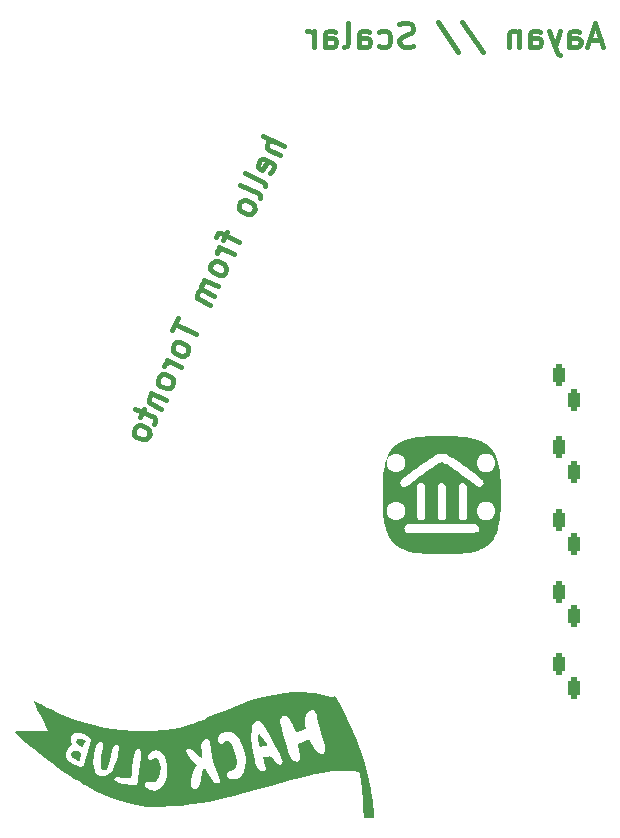
<source format=gbo>
G04 #@! TF.GenerationSoftware,KiCad,Pcbnew,9.0.1*
G04 #@! TF.CreationDate,2025-05-23T23:34:19-04:00*
G04 #@! TF.ProjectId,logic01,6c6f6769-6330-4312-9e6b-696361645f70,rev?*
G04 #@! TF.SameCoordinates,Original*
G04 #@! TF.FileFunction,Legend,Bot*
G04 #@! TF.FilePolarity,Positive*
%FSLAX46Y46*%
G04 Gerber Fmt 4.6, Leading zero omitted, Abs format (unit mm)*
G04 Created by KiCad (PCBNEW 9.0.1) date 2025-05-23 23:34:19*
%MOMM*%
%LPD*%
G01*
G04 APERTURE LIST*
G04 Aperture macros list*
%AMRoundRect*
0 Rectangle with rounded corners*
0 $1 Rounding radius*
0 $2 $3 $4 $5 $6 $7 $8 $9 X,Y pos of 4 corners*
0 Add a 4 corners polygon primitive as box body*
4,1,4,$2,$3,$4,$5,$6,$7,$8,$9,$2,$3,0*
0 Add four circle primitives for the rounded corners*
1,1,$1+$1,$2,$3*
1,1,$1+$1,$4,$5*
1,1,$1+$1,$6,$7*
1,1,$1+$1,$8,$9*
0 Add four rect primitives between the rounded corners*
20,1,$1+$1,$2,$3,$4,$5,0*
20,1,$1+$1,$4,$5,$6,$7,0*
20,1,$1+$1,$6,$7,$8,$9,0*
20,1,$1+$1,$8,$9,$2,$3,0*%
G04 Aperture macros list end*
%ADD10C,0.400000*%
%ADD11C,0.000000*%
%ADD12C,2.000000*%
%ADD13C,1.600000*%
%ADD14O,1.600000X1.600000*%
%ADD15RoundRect,0.275000X-0.275000X-0.625000X0.275000X-0.625000X0.275000X0.625000X-0.275000X0.625000X0*%
%ADD16R,1.100000X1.800000*%
%ADD17C,1.800000*%
%ADD18R,1.800000X1.800000*%
G04 APERTURE END LIST*
D10*
X135135731Y-61909709D02*
X133323116Y-61064473D01*
X134773487Y-62686545D02*
X133824022Y-62243802D01*
X133824022Y-62243802D02*
X133691641Y-62076988D01*
X133691641Y-62076988D02*
X133685825Y-61864109D01*
X133685825Y-61864109D02*
X133806573Y-61605163D01*
X133806573Y-61605163D02*
X133973387Y-61472783D01*
X133973387Y-61472783D02*
X134099951Y-61426717D01*
X133962684Y-64199966D02*
X134129497Y-64067585D01*
X134129497Y-64067585D02*
X134290495Y-63722325D01*
X134290495Y-63722325D02*
X134284678Y-63509446D01*
X134284678Y-63509446D02*
X134152298Y-63342632D01*
X134152298Y-63342632D02*
X133461778Y-63020637D01*
X133461778Y-63020637D02*
X133248898Y-63026453D01*
X133248898Y-63026453D02*
X133082084Y-63158834D01*
X133082084Y-63158834D02*
X132921087Y-63504094D01*
X132921087Y-63504094D02*
X132926903Y-63716974D01*
X132926903Y-63716974D02*
X133059284Y-63883787D01*
X133059284Y-63883787D02*
X133231914Y-63964286D01*
X133231914Y-63964286D02*
X133807038Y-63181635D01*
X133525757Y-65362311D02*
X133519941Y-65149432D01*
X133519941Y-65149432D02*
X133387560Y-64982618D01*
X133387560Y-64982618D02*
X131833889Y-64258129D01*
X133083014Y-66311776D02*
X133077198Y-66098897D01*
X133077198Y-66098897D02*
X132944817Y-65932083D01*
X132944817Y-65932083D02*
X131391146Y-65207595D01*
X132640271Y-67261241D02*
X132634455Y-67048362D01*
X132634455Y-67048362D02*
X132588389Y-66921798D01*
X132588389Y-66921798D02*
X132456008Y-66754984D01*
X132456008Y-66754984D02*
X131938118Y-66513488D01*
X131938118Y-66513488D02*
X131725239Y-66519304D01*
X131725239Y-66519304D02*
X131598674Y-66565370D01*
X131598674Y-66565370D02*
X131431861Y-66697750D01*
X131431861Y-66697750D02*
X131311113Y-66956696D01*
X131311113Y-66956696D02*
X131316929Y-67169575D01*
X131316929Y-67169575D02*
X131362995Y-67296139D01*
X131362995Y-67296139D02*
X131495375Y-67462953D01*
X131495375Y-67462953D02*
X132013265Y-67704449D01*
X132013265Y-67704449D02*
X132226145Y-67698633D01*
X132226145Y-67698633D02*
X132352709Y-67652567D01*
X132352709Y-67652567D02*
X132519523Y-67520187D01*
X132519523Y-67520187D02*
X132640271Y-67261241D01*
X130264629Y-69200887D02*
X129942634Y-69891407D01*
X131352291Y-70023323D02*
X129798621Y-69298834D01*
X129798621Y-69298834D02*
X129585741Y-69304651D01*
X129585741Y-69304651D02*
X129418928Y-69437031D01*
X129418928Y-69437031D02*
X129338429Y-69609662D01*
X130869299Y-71059103D02*
X129660889Y-70495612D01*
X130006149Y-70656610D02*
X129793269Y-70662426D01*
X129793269Y-70662426D02*
X129666705Y-70708492D01*
X129666705Y-70708492D02*
X129499891Y-70840872D01*
X129499891Y-70840872D02*
X129419392Y-71013502D01*
X130225309Y-72440143D02*
X130219493Y-72227264D01*
X130219493Y-72227264D02*
X130173427Y-72100700D01*
X130173427Y-72100700D02*
X130041047Y-71933886D01*
X130041047Y-71933886D02*
X129523157Y-71692390D01*
X129523157Y-71692390D02*
X129310277Y-71698206D01*
X129310277Y-71698206D02*
X129183713Y-71744272D01*
X129183713Y-71744272D02*
X129016899Y-71876652D01*
X129016899Y-71876652D02*
X128896151Y-72135597D01*
X128896151Y-72135597D02*
X128901967Y-72348477D01*
X128901967Y-72348477D02*
X128948033Y-72475041D01*
X128948033Y-72475041D02*
X129080414Y-72641855D01*
X129080414Y-72641855D02*
X129598304Y-72883351D01*
X129598304Y-72883351D02*
X129811183Y-72877535D01*
X129811183Y-72877535D02*
X129937748Y-72831469D01*
X129937748Y-72831469D02*
X130104561Y-72699088D01*
X130104561Y-72699088D02*
X130225309Y-72440143D01*
X129581320Y-73821184D02*
X128372909Y-73257693D01*
X128545539Y-73338192D02*
X128418975Y-73384257D01*
X128418975Y-73384257D02*
X128252161Y-73516638D01*
X128252161Y-73516638D02*
X128131413Y-73775583D01*
X128131413Y-73775583D02*
X128137229Y-73988463D01*
X128137229Y-73988463D02*
X128269610Y-74155276D01*
X128269610Y-74155276D02*
X129219075Y-74598019D01*
X128269610Y-74155276D02*
X128056731Y-74161093D01*
X128056731Y-74161093D02*
X127889917Y-74293473D01*
X127889917Y-74293473D02*
X127769169Y-74552418D01*
X127769169Y-74552418D02*
X127774985Y-74765298D01*
X127774985Y-74765298D02*
X127907366Y-74932112D01*
X127907366Y-74932112D02*
X128856831Y-75374854D01*
X126118480Y-76514864D02*
X125635488Y-77550645D01*
X127689599Y-77877991D02*
X125876984Y-77032754D01*
X127045609Y-79259032D02*
X127039793Y-79046152D01*
X127039793Y-79046152D02*
X126993727Y-78919588D01*
X126993727Y-78919588D02*
X126861347Y-78752774D01*
X126861347Y-78752774D02*
X126343457Y-78511278D01*
X126343457Y-78511278D02*
X126130577Y-78517094D01*
X126130577Y-78517094D02*
X126004013Y-78563160D01*
X126004013Y-78563160D02*
X125837199Y-78695541D01*
X125837199Y-78695541D02*
X125716451Y-78954486D01*
X125716451Y-78954486D02*
X125722267Y-79167365D01*
X125722267Y-79167365D02*
X125768333Y-79293930D01*
X125768333Y-79293930D02*
X125900714Y-79460743D01*
X125900714Y-79460743D02*
X126418604Y-79702240D01*
X126418604Y-79702240D02*
X126631483Y-79696423D01*
X126631483Y-79696423D02*
X126758048Y-79650358D01*
X126758048Y-79650358D02*
X126924861Y-79517977D01*
X126924861Y-79517977D02*
X127045609Y-79259032D01*
X126401620Y-80640072D02*
X125193209Y-80076581D01*
X125538469Y-80237579D02*
X125325590Y-80243395D01*
X125325590Y-80243395D02*
X125199026Y-80289461D01*
X125199026Y-80289461D02*
X125032212Y-80421842D01*
X125032212Y-80421842D02*
X124951713Y-80594472D01*
X125757630Y-82021113D02*
X125751814Y-81808233D01*
X125751814Y-81808233D02*
X125705748Y-81681669D01*
X125705748Y-81681669D02*
X125573367Y-81514855D01*
X125573367Y-81514855D02*
X125055477Y-81273359D01*
X125055477Y-81273359D02*
X124842598Y-81279175D01*
X124842598Y-81279175D02*
X124716033Y-81325241D01*
X124716033Y-81325241D02*
X124549220Y-81457622D01*
X124549220Y-81457622D02*
X124428472Y-81716567D01*
X124428472Y-81716567D02*
X124434288Y-81929446D01*
X124434288Y-81929446D02*
X124480354Y-82056011D01*
X124480354Y-82056011D02*
X124612734Y-82222824D01*
X124612734Y-82222824D02*
X125130624Y-82464320D01*
X125130624Y-82464320D02*
X125343504Y-82458504D01*
X125343504Y-82458504D02*
X125470068Y-82412438D01*
X125470068Y-82412438D02*
X125636882Y-82280058D01*
X125636882Y-82280058D02*
X125757630Y-82021113D01*
X123905230Y-82838662D02*
X125113640Y-83402153D01*
X124077860Y-82919161D02*
X123951295Y-82965227D01*
X123951295Y-82965227D02*
X123784482Y-83097607D01*
X123784482Y-83097607D02*
X123663734Y-83356552D01*
X123663734Y-83356552D02*
X123669550Y-83569432D01*
X123669550Y-83569432D02*
X123801931Y-83736246D01*
X123801931Y-83736246D02*
X124751396Y-84178989D01*
X123261240Y-84219703D02*
X122939245Y-84910223D01*
X122536287Y-84196902D02*
X124089957Y-84921391D01*
X124089957Y-84921391D02*
X124222338Y-85088205D01*
X124222338Y-85088205D02*
X124228154Y-85301084D01*
X124228154Y-85301084D02*
X124147656Y-85473714D01*
X123745162Y-86336864D02*
X123739346Y-86123985D01*
X123739346Y-86123985D02*
X123693280Y-85997420D01*
X123693280Y-85997420D02*
X123560899Y-85830607D01*
X123560899Y-85830607D02*
X123043009Y-85589111D01*
X123043009Y-85589111D02*
X122830130Y-85594927D01*
X122830130Y-85594927D02*
X122703565Y-85640993D01*
X122703565Y-85640993D02*
X122536752Y-85773373D01*
X122536752Y-85773373D02*
X122416004Y-86032318D01*
X122416004Y-86032318D02*
X122421820Y-86245198D01*
X122421820Y-86245198D02*
X122467886Y-86371762D01*
X122467886Y-86371762D02*
X122600266Y-86538576D01*
X122600266Y-86538576D02*
X123118156Y-86780072D01*
X123118156Y-86780072D02*
X123331036Y-86774256D01*
X123331036Y-86774256D02*
X123457600Y-86728190D01*
X123457600Y-86728190D02*
X123624414Y-86595809D01*
X123624414Y-86595809D02*
X123745162Y-86336864D01*
X161954334Y-52962009D02*
X161001953Y-52962009D01*
X162144810Y-53533438D02*
X161478144Y-51533438D01*
X161478144Y-51533438D02*
X160811477Y-53533438D01*
X159287667Y-53533438D02*
X159287667Y-52485819D01*
X159287667Y-52485819D02*
X159382905Y-52295342D01*
X159382905Y-52295342D02*
X159573381Y-52200104D01*
X159573381Y-52200104D02*
X159954334Y-52200104D01*
X159954334Y-52200104D02*
X160144810Y-52295342D01*
X159287667Y-53438200D02*
X159478143Y-53533438D01*
X159478143Y-53533438D02*
X159954334Y-53533438D01*
X159954334Y-53533438D02*
X160144810Y-53438200D01*
X160144810Y-53438200D02*
X160240048Y-53247723D01*
X160240048Y-53247723D02*
X160240048Y-53057247D01*
X160240048Y-53057247D02*
X160144810Y-52866771D01*
X160144810Y-52866771D02*
X159954334Y-52771533D01*
X159954334Y-52771533D02*
X159478143Y-52771533D01*
X159478143Y-52771533D02*
X159287667Y-52676295D01*
X158525762Y-52200104D02*
X158049572Y-53533438D01*
X157573381Y-52200104D02*
X158049572Y-53533438D01*
X158049572Y-53533438D02*
X158240048Y-54009628D01*
X158240048Y-54009628D02*
X158335286Y-54104866D01*
X158335286Y-54104866D02*
X158525762Y-54200104D01*
X155954333Y-53533438D02*
X155954333Y-52485819D01*
X155954333Y-52485819D02*
X156049571Y-52295342D01*
X156049571Y-52295342D02*
X156240047Y-52200104D01*
X156240047Y-52200104D02*
X156621000Y-52200104D01*
X156621000Y-52200104D02*
X156811476Y-52295342D01*
X155954333Y-53438200D02*
X156144809Y-53533438D01*
X156144809Y-53533438D02*
X156621000Y-53533438D01*
X156621000Y-53533438D02*
X156811476Y-53438200D01*
X156811476Y-53438200D02*
X156906714Y-53247723D01*
X156906714Y-53247723D02*
X156906714Y-53057247D01*
X156906714Y-53057247D02*
X156811476Y-52866771D01*
X156811476Y-52866771D02*
X156621000Y-52771533D01*
X156621000Y-52771533D02*
X156144809Y-52771533D01*
X156144809Y-52771533D02*
X155954333Y-52676295D01*
X155001952Y-52200104D02*
X155001952Y-53533438D01*
X155001952Y-52390580D02*
X154906714Y-52295342D01*
X154906714Y-52295342D02*
X154716238Y-52200104D01*
X154716238Y-52200104D02*
X154430523Y-52200104D01*
X154430523Y-52200104D02*
X154240047Y-52295342D01*
X154240047Y-52295342D02*
X154144809Y-52485819D01*
X154144809Y-52485819D02*
X154144809Y-53533438D01*
X150240047Y-51438200D02*
X151954332Y-54009628D01*
X148144809Y-51438200D02*
X149859094Y-54009628D01*
X146049570Y-53438200D02*
X145763856Y-53533438D01*
X145763856Y-53533438D02*
X145287665Y-53533438D01*
X145287665Y-53533438D02*
X145097189Y-53438200D01*
X145097189Y-53438200D02*
X145001951Y-53342961D01*
X145001951Y-53342961D02*
X144906713Y-53152485D01*
X144906713Y-53152485D02*
X144906713Y-52962009D01*
X144906713Y-52962009D02*
X145001951Y-52771533D01*
X145001951Y-52771533D02*
X145097189Y-52676295D01*
X145097189Y-52676295D02*
X145287665Y-52581057D01*
X145287665Y-52581057D02*
X145668618Y-52485819D01*
X145668618Y-52485819D02*
X145859094Y-52390580D01*
X145859094Y-52390580D02*
X145954332Y-52295342D01*
X145954332Y-52295342D02*
X146049570Y-52104866D01*
X146049570Y-52104866D02*
X146049570Y-51914390D01*
X146049570Y-51914390D02*
X145954332Y-51723914D01*
X145954332Y-51723914D02*
X145859094Y-51628676D01*
X145859094Y-51628676D02*
X145668618Y-51533438D01*
X145668618Y-51533438D02*
X145192427Y-51533438D01*
X145192427Y-51533438D02*
X144906713Y-51628676D01*
X143192427Y-53438200D02*
X143382903Y-53533438D01*
X143382903Y-53533438D02*
X143763856Y-53533438D01*
X143763856Y-53533438D02*
X143954332Y-53438200D01*
X143954332Y-53438200D02*
X144049570Y-53342961D01*
X144049570Y-53342961D02*
X144144808Y-53152485D01*
X144144808Y-53152485D02*
X144144808Y-52581057D01*
X144144808Y-52581057D02*
X144049570Y-52390580D01*
X144049570Y-52390580D02*
X143954332Y-52295342D01*
X143954332Y-52295342D02*
X143763856Y-52200104D01*
X143763856Y-52200104D02*
X143382903Y-52200104D01*
X143382903Y-52200104D02*
X143192427Y-52295342D01*
X141478141Y-53533438D02*
X141478141Y-52485819D01*
X141478141Y-52485819D02*
X141573379Y-52295342D01*
X141573379Y-52295342D02*
X141763855Y-52200104D01*
X141763855Y-52200104D02*
X142144808Y-52200104D01*
X142144808Y-52200104D02*
X142335284Y-52295342D01*
X141478141Y-53438200D02*
X141668617Y-53533438D01*
X141668617Y-53533438D02*
X142144808Y-53533438D01*
X142144808Y-53533438D02*
X142335284Y-53438200D01*
X142335284Y-53438200D02*
X142430522Y-53247723D01*
X142430522Y-53247723D02*
X142430522Y-53057247D01*
X142430522Y-53057247D02*
X142335284Y-52866771D01*
X142335284Y-52866771D02*
X142144808Y-52771533D01*
X142144808Y-52771533D02*
X141668617Y-52771533D01*
X141668617Y-52771533D02*
X141478141Y-52676295D01*
X140240046Y-53533438D02*
X140430522Y-53438200D01*
X140430522Y-53438200D02*
X140525760Y-53247723D01*
X140525760Y-53247723D02*
X140525760Y-51533438D01*
X138620998Y-53533438D02*
X138620998Y-52485819D01*
X138620998Y-52485819D02*
X138716236Y-52295342D01*
X138716236Y-52295342D02*
X138906712Y-52200104D01*
X138906712Y-52200104D02*
X139287665Y-52200104D01*
X139287665Y-52200104D02*
X139478141Y-52295342D01*
X138620998Y-53438200D02*
X138811474Y-53533438D01*
X138811474Y-53533438D02*
X139287665Y-53533438D01*
X139287665Y-53533438D02*
X139478141Y-53438200D01*
X139478141Y-53438200D02*
X139573379Y-53247723D01*
X139573379Y-53247723D02*
X139573379Y-53057247D01*
X139573379Y-53057247D02*
X139478141Y-52866771D01*
X139478141Y-52866771D02*
X139287665Y-52771533D01*
X139287665Y-52771533D02*
X138811474Y-52771533D01*
X138811474Y-52771533D02*
X138620998Y-52676295D01*
X137668617Y-53533438D02*
X137668617Y-52200104D01*
X137668617Y-52581057D02*
X137573379Y-52390580D01*
X137573379Y-52390580D02*
X137478141Y-52295342D01*
X137478141Y-52295342D02*
X137287665Y-52200104D01*
X137287665Y-52200104D02*
X137097188Y-52200104D01*
D11*
G04 #@! TO.C,G\u002A\u002A\u002A*
G36*
X141616377Y-113165732D02*
G01*
X141961326Y-114231224D01*
X142240514Y-115284248D01*
X142459745Y-116341552D01*
X142506714Y-116615149D01*
X142568346Y-117008047D01*
X142625872Y-117410077D01*
X142676128Y-117796560D01*
X142715945Y-118142820D01*
X142742157Y-118424180D01*
X142751598Y-118615962D01*
X142751598Y-118835159D01*
X142325734Y-118835159D01*
X141899870Y-118835159D01*
X141862120Y-117921803D01*
X141860578Y-117885539D01*
X141838402Y-117483783D01*
X141806991Y-117061317D01*
X141768415Y-116635200D01*
X141724743Y-116222489D01*
X141678045Y-115840241D01*
X141630392Y-115505514D01*
X141583851Y-115235365D01*
X141540494Y-115046851D01*
X141502389Y-114957030D01*
X141477947Y-114943547D01*
X141349272Y-114913554D01*
X141137341Y-114886017D01*
X140864852Y-114863039D01*
X140554504Y-114846719D01*
X140228996Y-114839159D01*
X140105549Y-114839101D01*
X139699430Y-114851313D01*
X139271070Y-114883867D01*
X138811770Y-114938638D01*
X138312838Y-115017500D01*
X137765575Y-115122326D01*
X137161288Y-115254992D01*
X136491281Y-115417371D01*
X135746858Y-115611337D01*
X135353431Y-115719461D01*
X134919323Y-115838765D01*
X133999981Y-116101529D01*
X132980137Y-116401502D01*
X132693220Y-116486400D01*
X131770120Y-116752081D01*
X130932687Y-116979831D01*
X130163759Y-117173387D01*
X129446177Y-117336486D01*
X128762781Y-117472864D01*
X128096413Y-117586259D01*
X127429912Y-117680406D01*
X126746119Y-117759044D01*
X126514441Y-117781578D01*
X125976238Y-117824696D01*
X125421487Y-117857964D01*
X124872146Y-117880787D01*
X124350174Y-117892573D01*
X123877531Y-117892727D01*
X123476174Y-117880657D01*
X123168061Y-117855768D01*
X123118753Y-117849497D01*
X122239673Y-117687503D01*
X121312799Y-117425568D01*
X120344435Y-117066017D01*
X119340884Y-116611174D01*
X118308448Y-116063365D01*
X118224934Y-116015451D01*
X117746735Y-115727027D01*
X117394600Y-115501789D01*
X120773060Y-115501789D01*
X120803860Y-115607569D01*
X120931605Y-115724903D01*
X121163805Y-115829138D01*
X121506129Y-115923537D01*
X121733180Y-115974316D01*
X122078128Y-116044601D01*
X122333296Y-116080017D01*
X122513299Y-116076902D01*
X122632754Y-116031594D01*
X122665816Y-115990599D01*
X123324658Y-115990599D01*
X123324739Y-115997140D01*
X123382468Y-116172360D01*
X123531563Y-116332964D01*
X123748867Y-116453671D01*
X123925436Y-116503454D01*
X124245813Y-116509725D01*
X124544991Y-116411898D01*
X124804669Y-116217533D01*
X125006547Y-115934189D01*
X125121983Y-115630394D01*
X125201341Y-115236514D01*
X125233805Y-114807160D01*
X125218798Y-114377455D01*
X125155741Y-113982527D01*
X125044055Y-113657499D01*
X124967261Y-113523665D01*
X124772185Y-113304113D01*
X124543952Y-113162457D01*
X124469774Y-113143855D01*
X126862101Y-113143855D01*
X126862417Y-113153447D01*
X126907298Y-113301425D01*
X127015821Y-113502228D01*
X127170385Y-113729742D01*
X127353391Y-113957851D01*
X127547238Y-114160443D01*
X127726111Y-114327964D01*
X127614018Y-114547685D01*
X127593514Y-114590854D01*
X127518582Y-114777229D01*
X127508072Y-114807160D01*
X127433215Y-115020352D01*
X127352167Y-115279023D01*
X127346843Y-115297319D01*
X127260360Y-115653249D01*
X127233880Y-115926702D01*
X127267555Y-116133823D01*
X127361532Y-116290753D01*
X127364202Y-116293671D01*
X127518697Y-116386114D01*
X127696053Y-116377468D01*
X127865381Y-116269063D01*
X127885040Y-116246958D01*
X127946433Y-116142813D01*
X128004229Y-115979186D01*
X128064115Y-115737506D01*
X128131779Y-115399200D01*
X128178586Y-115152927D01*
X128225717Y-114926938D01*
X128264915Y-114782808D01*
X128302798Y-114702362D01*
X128345990Y-114667424D01*
X128401109Y-114659817D01*
X128488173Y-114682051D01*
X128559984Y-114767885D01*
X128633804Y-114942402D01*
X128749915Y-115204637D01*
X128916739Y-115469005D01*
X129105375Y-115683065D01*
X129300106Y-115832276D01*
X129485216Y-115902097D01*
X129644989Y-115877986D01*
X129720056Y-115817225D01*
X129752161Y-115719461D01*
X129729200Y-115573284D01*
X129648396Y-115362459D01*
X129506975Y-115070747D01*
X129456596Y-114970653D01*
X129253394Y-114515361D01*
X129110074Y-114079000D01*
X129014311Y-113617362D01*
X128953782Y-113086238D01*
X128941239Y-112942109D01*
X128900853Y-112606314D01*
X128849349Y-112368376D01*
X128781578Y-112214945D01*
X128692394Y-112132676D01*
X128666768Y-112127261D01*
X129536895Y-112127261D01*
X129540066Y-112325632D01*
X129620809Y-112481017D01*
X129643902Y-112502873D01*
X129757135Y-112563933D01*
X129882802Y-112537963D01*
X130048185Y-112421142D01*
X130208611Y-112319956D01*
X130371375Y-112307449D01*
X130528160Y-112403403D01*
X130689852Y-112611038D01*
X130705597Y-112636218D01*
X130926652Y-113085706D01*
X131070095Y-113575710D01*
X131122419Y-114060949D01*
X131119797Y-114203918D01*
X131082169Y-114476313D01*
X130990534Y-114665053D01*
X130832764Y-114788709D01*
X130596728Y-114865855D01*
X130528335Y-114882022D01*
X130359259Y-114947303D01*
X130293127Y-115029917D01*
X130284605Y-115132199D01*
X130345007Y-115332958D01*
X130507588Y-115486771D01*
X130531823Y-115500644D01*
X130719806Y-115571492D01*
X130923888Y-115571205D01*
X131182420Y-115500568D01*
X131348857Y-115422358D01*
X131590098Y-115211237D01*
X131765000Y-114909846D01*
X131871228Y-114522842D01*
X131906449Y-114054885D01*
X131894200Y-113782343D01*
X131821728Y-113312416D01*
X131692007Y-112860409D01*
X131514047Y-112445806D01*
X131296861Y-112088090D01*
X131119642Y-111886557D01*
X132372617Y-111886557D01*
X132376165Y-112130986D01*
X132415602Y-112679503D01*
X132502066Y-113264431D01*
X132639853Y-113918451D01*
X132673351Y-114054885D01*
X132704564Y-114182013D01*
X132764062Y-114383869D01*
X132823270Y-114522530D01*
X132893669Y-114624385D01*
X132986740Y-114715826D01*
X132999658Y-114726992D01*
X133199680Y-114854866D01*
X133378683Y-114887744D01*
X133519452Y-114822191D01*
X133535924Y-114804041D01*
X133577143Y-114718084D01*
X133580794Y-114590946D01*
X133545266Y-114400370D01*
X133468950Y-114124098D01*
X133461617Y-114099285D01*
X133408170Y-113904044D01*
X133376115Y-113760271D01*
X133372163Y-113697547D01*
X133421460Y-113682905D01*
X133558055Y-113660411D01*
X133747094Y-113637490D01*
X133940378Y-113620697D01*
X134056136Y-113626477D01*
X134121668Y-113663242D01*
X134169687Y-113738839D01*
X134202532Y-113793252D01*
X134312100Y-113939293D01*
X134448535Y-114094406D01*
X134588000Y-114218234D01*
X134763792Y-114307346D01*
X134907054Y-114303011D01*
X135003491Y-114207005D01*
X135038813Y-114021102D01*
X135035620Y-114004209D01*
X134991285Y-113892771D01*
X134901246Y-113702338D01*
X134773776Y-113449457D01*
X134617147Y-113150674D01*
X134439629Y-112822535D01*
X134410817Y-112770039D01*
X134216225Y-112414391D01*
X134027212Y-112067216D01*
X133856387Y-111751787D01*
X133716359Y-111491375D01*
X133619736Y-111309250D01*
X133443460Y-111007783D01*
X133252602Y-110771669D01*
X133115641Y-110676377D01*
X134824330Y-110676377D01*
X134862100Y-110936626D01*
X134943651Y-111285874D01*
X134968183Y-111379783D01*
X135061545Y-111720983D01*
X135167201Y-112087429D01*
X135278966Y-112459550D01*
X135390654Y-112817774D01*
X135496081Y-113142526D01*
X135589061Y-113414236D01*
X135663409Y-113613329D01*
X135712939Y-113720234D01*
X135718766Y-113728908D01*
X135833896Y-113852709D01*
X135984316Y-113966478D01*
X136079447Y-114018683D01*
X136088215Y-114021102D01*
X136262768Y-114069261D01*
X136397985Y-114018243D01*
X136493531Y-113863931D01*
X136505609Y-113820488D01*
X136512088Y-113674670D01*
X136485967Y-113454368D01*
X136425560Y-113141694D01*
X136389855Y-112969619D01*
X136349324Y-112756283D01*
X136325572Y-112606369D01*
X136322877Y-112544757D01*
X136392013Y-112504702D01*
X136535059Y-112443051D01*
X136720499Y-112371999D01*
X136918345Y-112302114D01*
X137098612Y-112243964D01*
X137231313Y-112208119D01*
X137286462Y-112205146D01*
X137293546Y-112220504D01*
X137346417Y-112320462D01*
X137437048Y-112484830D01*
X137550925Y-112687155D01*
X137662688Y-112869969D01*
X137890610Y-113156020D01*
X138119721Y-113327135D01*
X138350828Y-113384018D01*
X138401142Y-113381214D01*
X138539368Y-113324190D01*
X138613731Y-113189771D01*
X138624730Y-112972779D01*
X138572867Y-112668037D01*
X138458644Y-112270364D01*
X138441063Y-112216092D01*
X138181929Y-111326617D01*
X137967775Y-110397504D01*
X137898112Y-110120979D01*
X137787620Y-109863217D01*
X137651446Y-109714830D01*
X137486874Y-109673160D01*
X137291190Y-109735553D01*
X137231085Y-109779573D01*
X137109205Y-109946584D01*
X137010663Y-110183103D01*
X136944245Y-110457409D01*
X136918740Y-110737786D01*
X136942937Y-110992512D01*
X136952538Y-111037899D01*
X136968257Y-111202934D01*
X136931474Y-111286960D01*
X136930539Y-111287684D01*
X136847304Y-111332086D01*
X136701543Y-111394810D01*
X136527103Y-111463102D01*
X136357830Y-111524207D01*
X136227569Y-111565372D01*
X136170168Y-111573842D01*
X136170151Y-111573820D01*
X136141297Y-111517870D01*
X136072759Y-111378310D01*
X135974772Y-111176139D01*
X135857568Y-110932356D01*
X135737802Y-110687993D01*
X135628733Y-110486365D01*
X135538262Y-110353344D01*
X135452113Y-110268400D01*
X135356011Y-110211001D01*
X135318969Y-110193508D01*
X135195749Y-110147397D01*
X135106500Y-110159354D01*
X134994844Y-110232779D01*
X134982843Y-110241922D01*
X134883789Y-110347794D01*
X134831256Y-110486356D01*
X134824330Y-110676377D01*
X133115641Y-110676377D01*
X133065313Y-110641361D01*
X132876289Y-110611883D01*
X132698679Y-110672207D01*
X132554567Y-110826182D01*
X132453303Y-111077070D01*
X132393212Y-111429113D01*
X132372617Y-111886557D01*
X131119642Y-111886557D01*
X131049460Y-111806746D01*
X130780855Y-111621257D01*
X130652654Y-111574700D01*
X130381672Y-111533500D01*
X130104735Y-111547261D01*
X129875728Y-111616278D01*
X129724028Y-111734669D01*
X129601485Y-111919181D01*
X129536895Y-112127261D01*
X128666768Y-112127261D01*
X128576650Y-112108218D01*
X128574881Y-112108229D01*
X128431888Y-112159539D01*
X128371781Y-112213570D01*
X128280394Y-112295718D01*
X128252195Y-112329557D01*
X128190694Y-112414106D01*
X128154749Y-112501637D01*
X128139712Y-112620348D01*
X128140939Y-112798435D01*
X128153783Y-113064097D01*
X128163616Y-113221374D01*
X128184528Y-113464687D01*
X128207976Y-113655038D01*
X128230496Y-113760958D01*
X128221913Y-113776928D01*
X128147972Y-113734414D01*
X128017163Y-113631107D01*
X127844532Y-113478034D01*
X127660952Y-113314149D01*
X127375880Y-113090555D01*
X127152516Y-112961407D01*
X126991803Y-112927028D01*
X126894683Y-112987737D01*
X126862101Y-113143855D01*
X124469774Y-113143855D01*
X124302719Y-113101962D01*
X124068642Y-113125895D01*
X123861877Y-113237522D01*
X123765209Y-113360461D01*
X123702580Y-113440110D01*
X123638970Y-113591516D01*
X123618612Y-113763994D01*
X123678396Y-113866012D01*
X123809793Y-113886942D01*
X124004277Y-113816152D01*
X124007964Y-113814169D01*
X124147449Y-113749223D01*
X124246054Y-113743835D01*
X124359148Y-113794651D01*
X124460447Y-113866884D01*
X124587447Y-114042420D01*
X124658600Y-114295147D01*
X124679576Y-114640019D01*
X124679496Y-114651727D01*
X124664612Y-114925523D01*
X124616786Y-115145315D01*
X124523586Y-115369220D01*
X124504823Y-115406876D01*
X124363905Y-115635225D01*
X124211474Y-115764242D01*
X124022475Y-115807581D01*
X123771854Y-115778896D01*
X123585336Y-115749804D01*
X123429313Y-115763447D01*
X123348021Y-115841060D01*
X123324658Y-115990599D01*
X122665816Y-115990599D01*
X122706276Y-115940430D01*
X122748482Y-115799750D01*
X122773988Y-115605892D01*
X122775435Y-115591525D01*
X122799981Y-115372433D01*
X122835996Y-115078442D01*
X122878866Y-114746251D01*
X122923980Y-114412559D01*
X122954847Y-114185779D01*
X122999135Y-113827733D01*
X123023568Y-113558262D01*
X123028127Y-113360461D01*
X123012791Y-113217422D01*
X122977540Y-113112237D01*
X122922355Y-113027999D01*
X122883347Y-112983403D01*
X122796386Y-112926757D01*
X122704889Y-112954020D01*
X122673042Y-112977381D01*
X122623149Y-113045005D01*
X122582590Y-113099978D01*
X122501824Y-113304707D01*
X122429283Y-113598334D01*
X122363511Y-113987624D01*
X122303047Y-114479341D01*
X122246434Y-115080250D01*
X122213600Y-115471689D01*
X121975245Y-115471689D01*
X121874416Y-115467645D01*
X121644130Y-115443385D01*
X121411571Y-115404495D01*
X121182334Y-115371360D01*
X120967964Y-115374514D01*
X120825037Y-115418981D01*
X120773060Y-115501789D01*
X117394600Y-115501789D01*
X117207491Y-115382107D01*
X116629863Y-114996571D01*
X116036515Y-114586300D01*
X115450106Y-114167174D01*
X114893299Y-113755075D01*
X114477905Y-113434650D01*
X116675034Y-113434650D01*
X116681510Y-113652899D01*
X116690309Y-113682219D01*
X116800422Y-113869500D01*
X116989650Y-114061651D01*
X117230519Y-114234656D01*
X117495556Y-114364500D01*
X117732914Y-114439891D01*
X117956255Y-114479979D01*
X118114957Y-114471597D01*
X118189319Y-114413355D01*
X118194223Y-114397165D01*
X118234622Y-114259802D01*
X118274119Y-114123438D01*
X118997389Y-114123438D01*
X119016436Y-114519275D01*
X119092700Y-114842366D01*
X119224049Y-115082207D01*
X119408352Y-115228298D01*
X119591188Y-115284315D01*
X119885030Y-115287114D01*
X120175934Y-115202347D01*
X120432925Y-115040600D01*
X120625029Y-114812460D01*
X120662775Y-114738750D01*
X120751951Y-114521874D01*
X120851290Y-114238668D01*
X120951197Y-113920492D01*
X121042074Y-113598703D01*
X121114326Y-113304660D01*
X121158354Y-113069721D01*
X121161500Y-113045005D01*
X121158251Y-112817532D01*
X121086674Y-112677738D01*
X120948919Y-112630136D01*
X120921331Y-112631747D01*
X120829045Y-112669109D01*
X120746071Y-112766268D01*
X120665520Y-112936909D01*
X120580502Y-113194717D01*
X120484128Y-113553377D01*
X120383385Y-113938193D01*
X120286838Y-114267795D01*
X120203299Y-114502672D01*
X120129062Y-114653107D01*
X120060422Y-114729385D01*
X119930705Y-114772735D01*
X119778256Y-114751894D01*
X119673274Y-114663629D01*
X119637617Y-114552821D01*
X119616232Y-114318256D01*
X119626116Y-114006574D01*
X119666399Y-113637546D01*
X119736213Y-113230942D01*
X119791201Y-112920546D01*
X119815885Y-112651367D01*
X119797018Y-112471700D01*
X119733310Y-112371365D01*
X119623473Y-112340182D01*
X119493889Y-112377827D01*
X119367681Y-112508780D01*
X119255292Y-112738922D01*
X119154076Y-113073801D01*
X119061389Y-113518964D01*
X119037691Y-113665357D01*
X118997389Y-114123438D01*
X118274119Y-114123438D01*
X118297649Y-114042198D01*
X118375887Y-113770280D01*
X118461922Y-113469970D01*
X118548336Y-113167195D01*
X118627715Y-112887878D01*
X118692642Y-112657944D01*
X118735700Y-112503317D01*
X118778920Y-112336306D01*
X118797125Y-112213570D01*
X118779731Y-112134530D01*
X118725935Y-112062992D01*
X118654293Y-111997234D01*
X118446692Y-111863399D01*
X118186441Y-111740207D01*
X117914831Y-111645870D01*
X117673153Y-111598604D01*
X117564864Y-111591039D01*
X117423176Y-111596429D01*
X117330822Y-111639164D01*
X117244871Y-111732685D01*
X117181183Y-111845988D01*
X117125090Y-112075279D01*
X117125351Y-112321102D01*
X117185942Y-112529693D01*
X117193909Y-112544911D01*
X117221935Y-112637393D01*
X117172002Y-112680337D01*
X117016215Y-112775815D01*
X116860578Y-112960035D01*
X116740787Y-113191671D01*
X116675034Y-113434650D01*
X114477905Y-113434650D01*
X114388754Y-113365881D01*
X113959133Y-113015475D01*
X113695267Y-112790946D01*
X113291084Y-112442057D01*
X112951120Y-112141862D01*
X112680600Y-111895166D01*
X112484749Y-111706778D01*
X112368793Y-111581505D01*
X112337958Y-111524152D01*
X112359686Y-111515478D01*
X112481590Y-111500692D01*
X112697101Y-111488231D01*
X112991651Y-111478648D01*
X113350670Y-111472493D01*
X113759587Y-111470319D01*
X114028761Y-111469638D01*
X114389356Y-111466396D01*
X114697438Y-111460851D01*
X114937142Y-111453412D01*
X115092600Y-111444489D01*
X115147946Y-111434491D01*
X115138357Y-111409684D01*
X115083947Y-111294921D01*
X114987935Y-111101046D01*
X114857746Y-110842852D01*
X114700807Y-110535133D01*
X114524544Y-110192683D01*
X114415376Y-109979493D01*
X114254049Y-109656201D01*
X114119431Y-109376066D01*
X114018409Y-109153926D01*
X113957867Y-109004622D01*
X113944691Y-108942990D01*
X113985911Y-108938953D01*
X114104632Y-108977880D01*
X114263641Y-109058124D01*
X114336675Y-109098680D01*
X114532515Y-109202029D01*
X114793286Y-109335548D01*
X115093809Y-109486402D01*
X115408904Y-109641762D01*
X116180228Y-109998232D01*
X117453117Y-110500973D01*
X118734624Y-110903761D01*
X120017706Y-111205878D01*
X121295324Y-111406601D01*
X122560436Y-111505212D01*
X123806003Y-111500989D01*
X125024984Y-111393213D01*
X126210337Y-111181162D01*
X127355023Y-110864116D01*
X127557897Y-110793710D01*
X127920217Y-110657443D01*
X128326128Y-110495315D01*
X128739386Y-110321920D01*
X129123745Y-110151856D01*
X130266078Y-109651346D01*
X131348992Y-109223355D01*
X132367292Y-108872086D01*
X133330063Y-108595213D01*
X134246388Y-108390412D01*
X135125353Y-108255358D01*
X135976040Y-108187725D01*
X136807535Y-108185189D01*
X137294789Y-108209290D01*
X137729040Y-108249330D01*
X138108285Y-108309140D01*
X138463696Y-108393706D01*
X138826449Y-108508012D01*
X138873039Y-108523947D01*
X139062089Y-108578689D01*
X139184533Y-108588529D01*
X139272635Y-108557013D01*
X139278483Y-108553457D01*
X139346244Y-108529427D01*
X139416695Y-108544722D01*
X139496341Y-108608794D01*
X139591688Y-108731092D01*
X139709241Y-108921066D01*
X139855508Y-109188167D01*
X140036992Y-109541846D01*
X140260202Y-109991552D01*
X140705992Y-110930339D01*
X141199867Y-112071020D01*
X141542963Y-112972779D01*
X141616377Y-113165732D01*
G37*
G36*
X117672388Y-113192209D02*
G01*
X117833690Y-113253264D01*
X117943308Y-113334118D01*
X117969112Y-113426340D01*
X117967549Y-113431962D01*
X117935681Y-113563761D01*
X117900022Y-113731963D01*
X117895641Y-113753640D01*
X117861951Y-113896462D01*
X117834599Y-113977906D01*
X117816702Y-113990403D01*
X117720037Y-113980338D01*
X117574360Y-113924837D01*
X117411747Y-113839827D01*
X117264274Y-113741232D01*
X117164016Y-113644976D01*
X117156226Y-113633010D01*
X117122788Y-113498468D01*
X117135124Y-113338896D01*
X117189224Y-113221643D01*
X117199681Y-113212180D01*
X117323253Y-113163234D01*
X117491532Y-113159388D01*
X117672388Y-113192209D01*
G37*
G36*
X133046163Y-111673778D02*
G01*
X133138945Y-111782680D01*
X133266814Y-111953040D01*
X133414217Y-112164943D01*
X133444577Y-112209975D01*
X133590990Y-112426837D01*
X133676174Y-112567636D01*
X133699200Y-112652169D01*
X133659144Y-112700231D01*
X133555077Y-112731619D01*
X133386073Y-112766129D01*
X133366265Y-112770289D01*
X133179421Y-112799973D01*
X133073287Y-112777552D01*
X133019256Y-112683841D01*
X132988719Y-112499657D01*
X132970853Y-112327849D01*
X132954778Y-112061945D01*
X132955876Y-111844650D01*
X132973659Y-111698065D01*
X133007637Y-111644292D01*
X133046163Y-111673778D01*
G37*
G36*
X117832085Y-112124871D02*
G01*
X117998242Y-112161592D01*
X118174192Y-112216239D01*
X118329891Y-112276449D01*
X118206176Y-112569274D01*
X118152854Y-112687566D01*
X118085561Y-112813296D01*
X118043438Y-112862100D01*
X118001968Y-112840193D01*
X117894298Y-112758880D01*
X117752039Y-112638136D01*
X117617343Y-112514020D01*
X117547468Y-112425422D01*
X117537535Y-112349348D01*
X117572670Y-112253943D01*
X117615590Y-112173702D01*
X117694540Y-112117496D01*
X117832085Y-112124871D01*
G37*
G36*
X153517087Y-90753492D02*
G01*
X153527044Y-91266302D01*
X153524657Y-91819983D01*
X153523955Y-91864976D01*
X153511117Y-92346813D01*
X153488775Y-92788229D01*
X153456379Y-93191798D01*
X153413381Y-93560097D01*
X153359233Y-93895702D01*
X153293387Y-94201190D01*
X153259829Y-94320626D01*
X153215294Y-94479134D01*
X153124405Y-94732113D01*
X153020173Y-94962702D01*
X152902048Y-95173475D01*
X152769483Y-95367011D01*
X152665501Y-95494459D01*
X152492545Y-95668293D01*
X152295822Y-95824007D01*
X152073234Y-95962362D01*
X151822679Y-96084117D01*
X151542056Y-96190033D01*
X151229267Y-96280870D01*
X150882209Y-96357387D01*
X150498783Y-96420345D01*
X150076887Y-96470504D01*
X149614422Y-96508624D01*
X149576005Y-96510807D01*
X149461830Y-96514911D01*
X149313740Y-96517964D01*
X149137738Y-96520010D01*
X148939829Y-96521097D01*
X148726016Y-96521269D01*
X148502302Y-96520572D01*
X148274692Y-96519053D01*
X148049189Y-96516757D01*
X147831797Y-96513730D01*
X147628519Y-96510018D01*
X147445360Y-96505667D01*
X147288323Y-96500722D01*
X147163411Y-96495230D01*
X147076629Y-96489237D01*
X147056530Y-96487318D01*
X146610520Y-96436694D01*
X146204997Y-96373755D01*
X145837781Y-96297172D01*
X145506693Y-96205617D01*
X145209554Y-96097763D01*
X144944183Y-95972282D01*
X144708401Y-95827846D01*
X144500027Y-95663126D01*
X144316884Y-95476795D01*
X144156790Y-95267526D01*
X144017566Y-95033989D01*
X143897032Y-94774858D01*
X143793010Y-94488804D01*
X143739715Y-94311602D01*
X145321408Y-94311602D01*
X145336426Y-94422734D01*
X145390521Y-94528066D01*
X145483848Y-94620560D01*
X145546149Y-94666724D01*
X148474030Y-94670969D01*
X148779414Y-94671343D01*
X149228551Y-94671611D01*
X149637828Y-94671485D01*
X150006816Y-94670969D01*
X150335089Y-94670065D01*
X150622219Y-94668775D01*
X150867778Y-94667103D01*
X151071341Y-94665051D01*
X151232478Y-94662622D01*
X151350764Y-94659817D01*
X151425770Y-94656640D01*
X151457070Y-94653093D01*
X151508004Y-94625381D01*
X151563988Y-94582645D01*
X151607654Y-94534703D01*
X151662808Y-94431192D01*
X151679096Y-94320626D01*
X151657336Y-94210522D01*
X151598346Y-94108397D01*
X151502945Y-94021767D01*
X151428486Y-93971590D01*
X148500000Y-93971590D01*
X145571514Y-93971590D01*
X145497055Y-94021767D01*
X145407981Y-94100094D01*
X145345311Y-94201709D01*
X145321408Y-94311602D01*
X143739715Y-94311602D01*
X143736131Y-94299685D01*
X143676306Y-94064753D01*
X143625326Y-93817344D01*
X143582657Y-93552978D01*
X143547765Y-93267175D01*
X143520117Y-92955454D01*
X143499180Y-92613335D01*
X143484420Y-92236338D01*
X143475304Y-91819983D01*
X143473692Y-91695549D01*
X143472280Y-91222013D01*
X143479181Y-90787411D01*
X143494399Y-90395251D01*
X144973222Y-90395251D01*
X144974034Y-90500930D01*
X145001466Y-90593689D01*
X145006378Y-90602754D01*
X145070770Y-90684275D01*
X145156025Y-90749107D01*
X145245654Y-90784375D01*
X145264043Y-90787813D01*
X145300969Y-90793674D01*
X145335687Y-90795467D01*
X145371572Y-90791110D01*
X145412002Y-90778522D01*
X145460353Y-90755620D01*
X145520003Y-90720322D01*
X145563082Y-90691471D01*
X146380516Y-90691471D01*
X146386522Y-92043045D01*
X146386900Y-92127741D01*
X146388143Y-92393435D01*
X146389378Y-92619384D01*
X146390731Y-92808992D01*
X146392325Y-92965666D01*
X146394285Y-93092811D01*
X146396734Y-93193831D01*
X146399798Y-93272132D01*
X146403600Y-93331120D01*
X146408264Y-93374200D01*
X146413915Y-93404778D01*
X146420676Y-93426258D01*
X146428672Y-93442045D01*
X146438027Y-93455546D01*
X146485066Y-93509163D01*
X146541205Y-93559537D01*
X146603646Y-93590102D01*
X146697395Y-93609179D01*
X146795444Y-93609238D01*
X146878019Y-93588575D01*
X146918155Y-93566407D01*
X147005788Y-93488567D01*
X147064125Y-93390874D01*
X147067564Y-93374238D01*
X147072902Y-93310859D01*
X147077417Y-93203713D01*
X147081108Y-93052742D01*
X147083977Y-92857883D01*
X147086026Y-92619078D01*
X147087254Y-92336266D01*
X147087663Y-92009385D01*
X147087663Y-90691471D01*
X148145938Y-90691471D01*
X148151944Y-92043045D01*
X148152322Y-92127741D01*
X148153564Y-92393435D01*
X148154799Y-92619384D01*
X148156152Y-92808992D01*
X148157746Y-92965666D01*
X148159706Y-93092811D01*
X148162156Y-93193831D01*
X148165219Y-93272132D01*
X148169021Y-93331120D01*
X148173685Y-93374200D01*
X148179336Y-93404778D01*
X148186097Y-93426258D01*
X148194094Y-93442045D01*
X148203449Y-93455546D01*
X148250487Y-93509163D01*
X148306627Y-93559537D01*
X148369068Y-93590102D01*
X148462816Y-93609179D01*
X148560865Y-93609238D01*
X148643441Y-93588575D01*
X148683576Y-93566407D01*
X148771210Y-93488567D01*
X148829547Y-93390874D01*
X148832985Y-93374238D01*
X148838324Y-93310859D01*
X148842838Y-93203713D01*
X148846530Y-93052742D01*
X148849399Y-92857883D01*
X148851447Y-92619078D01*
X148852675Y-92336266D01*
X148853084Y-92009385D01*
X148853084Y-90691471D01*
X149911359Y-90691471D01*
X149917365Y-92043045D01*
X149917743Y-92127741D01*
X149918985Y-92393435D01*
X149920221Y-92619384D01*
X149921573Y-92808992D01*
X149923167Y-92965666D01*
X149925127Y-93092811D01*
X149927577Y-93193831D01*
X149930641Y-93272132D01*
X149934442Y-93331120D01*
X149939107Y-93374200D01*
X149944757Y-93404778D01*
X149951519Y-93426258D01*
X149959515Y-93442045D01*
X149968870Y-93455546D01*
X150015909Y-93509163D01*
X150072048Y-93559537D01*
X150134489Y-93590102D01*
X150228237Y-93609179D01*
X150326286Y-93609238D01*
X150408862Y-93588575D01*
X150448998Y-93566407D01*
X150536631Y-93488567D01*
X150594968Y-93390874D01*
X150598406Y-93374238D01*
X150603745Y-93310859D01*
X150608260Y-93203713D01*
X150611951Y-93052742D01*
X150614820Y-92857883D01*
X150616868Y-92619078D01*
X150618097Y-92336266D01*
X150618506Y-92009385D01*
X150618506Y-90690019D01*
X150568328Y-90615561D01*
X150564318Y-90609700D01*
X150475324Y-90514362D01*
X150372348Y-90457610D01*
X150262460Y-90439435D01*
X150152730Y-90459828D01*
X150050228Y-90518782D01*
X149962026Y-90616287D01*
X149912338Y-90690019D01*
X149911359Y-90691471D01*
X148853084Y-90691471D01*
X148853084Y-90690019D01*
X148802907Y-90615561D01*
X148798896Y-90609700D01*
X148709902Y-90514362D01*
X148606926Y-90457610D01*
X148497038Y-90439435D01*
X148387308Y-90459828D01*
X148284807Y-90518782D01*
X148196604Y-90616287D01*
X148146916Y-90690019D01*
X148145938Y-90691471D01*
X147087663Y-90691471D01*
X147087663Y-90690019D01*
X147037485Y-90615561D01*
X147033475Y-90609700D01*
X146944481Y-90514362D01*
X146841505Y-90457610D01*
X146731617Y-90439435D01*
X146621887Y-90459828D01*
X146519386Y-90518782D01*
X146431183Y-90616287D01*
X146380516Y-90691471D01*
X145563082Y-90691471D01*
X145594327Y-90670545D01*
X145686703Y-90604208D01*
X145800507Y-90519228D01*
X145939116Y-90413523D01*
X146105908Y-90285011D01*
X146304257Y-90131609D01*
X146333350Y-90109142D01*
X146478375Y-89998138D01*
X146632036Y-89881917D01*
X146783493Y-89768597D01*
X146921912Y-89666297D01*
X147036453Y-89583134D01*
X147088384Y-89546142D01*
X147269817Y-89419723D01*
X147453604Y-89295654D01*
X147635485Y-89176515D01*
X147811204Y-89064887D01*
X147976502Y-88963352D01*
X148127122Y-88874489D01*
X148258805Y-88800881D01*
X148367294Y-88745109D01*
X148448330Y-88709752D01*
X148497657Y-88697393D01*
X148517499Y-88700426D01*
X148581718Y-88723269D01*
X148674318Y-88766019D01*
X148789698Y-88825720D01*
X148922255Y-88899413D01*
X149066389Y-88984140D01*
X149216497Y-89076945D01*
X149301095Y-89131010D01*
X149449207Y-89227911D01*
X149601510Y-89330620D01*
X149761780Y-89441868D01*
X149933792Y-89564388D01*
X150121319Y-89700911D01*
X150328136Y-89854169D01*
X150558020Y-90026895D01*
X150814743Y-90221821D01*
X151102082Y-90441679D01*
X151165892Y-90490401D01*
X151280436Y-90576587D01*
X151382961Y-90652127D01*
X151435836Y-90690019D01*
X151467767Y-90712902D01*
X151529155Y-90754793D01*
X151561424Y-90773679D01*
X151610263Y-90787763D01*
X151723231Y-90790322D01*
X151832233Y-90755671D01*
X151927644Y-90687826D01*
X151999838Y-90590800D01*
X152012539Y-90560736D01*
X152029361Y-90463490D01*
X152021100Y-90360168D01*
X151988523Y-90272310D01*
X151960969Y-90237801D01*
X151896676Y-90174026D01*
X151802273Y-90089679D01*
X151681108Y-89987398D01*
X151536527Y-89869826D01*
X151371877Y-89739601D01*
X151190504Y-89599366D01*
X150995756Y-89451760D01*
X150790979Y-89299424D01*
X150579521Y-89145000D01*
X150364726Y-88991126D01*
X150271714Y-88925484D01*
X149963166Y-88712716D01*
X149679191Y-88524925D01*
X149421374Y-88363085D01*
X149191305Y-88228170D01*
X148990570Y-88121157D01*
X148820758Y-88043019D01*
X148691553Y-87997952D01*
X148567185Y-87974127D01*
X148442472Y-87973309D01*
X148310811Y-87996675D01*
X148165600Y-88045402D01*
X148000233Y-88120671D01*
X147808109Y-88223657D01*
X147800358Y-88228043D01*
X147657559Y-88312246D01*
X147494180Y-88414078D01*
X147313806Y-88530913D01*
X147120023Y-88660126D01*
X146916417Y-88799091D01*
X146706572Y-88945181D01*
X146494074Y-89095771D01*
X146282509Y-89248234D01*
X146075462Y-89399946D01*
X145876519Y-89548279D01*
X145689265Y-89690609D01*
X145517285Y-89824309D01*
X145364166Y-89946753D01*
X145233492Y-90055316D01*
X145128849Y-90147371D01*
X145053822Y-90220293D01*
X145011997Y-90271455D01*
X144998338Y-90297843D01*
X144973222Y-90395251D01*
X143494399Y-90395251D01*
X143494674Y-90388158D01*
X143519038Y-90020672D01*
X143552552Y-89681367D01*
X143595496Y-89366659D01*
X143648148Y-89072964D01*
X143710789Y-88796698D01*
X143725035Y-88741417D01*
X143818942Y-88429488D01*
X143929841Y-88146020D01*
X144059686Y-87889767D01*
X144210431Y-87659484D01*
X144384031Y-87453926D01*
X144582440Y-87271847D01*
X144807611Y-87112002D01*
X145061499Y-86973147D01*
X145346058Y-86854034D01*
X145663242Y-86753420D01*
X146015005Y-86670059D01*
X146403300Y-86602705D01*
X146830083Y-86550114D01*
X147297307Y-86511039D01*
X147321276Y-86509502D01*
X147481035Y-86501723D01*
X147675672Y-86495534D01*
X147897344Y-86490934D01*
X148138208Y-86487922D01*
X148390418Y-86486498D01*
X148646131Y-86486661D01*
X148897503Y-86488411D01*
X149136689Y-86491746D01*
X149355845Y-86496666D01*
X149547128Y-86503170D01*
X149702693Y-86511258D01*
X150110123Y-86544103D01*
X150522822Y-86592371D01*
X150897664Y-86653767D01*
X151237086Y-86728918D01*
X151543521Y-86818454D01*
X151819407Y-86923006D01*
X152067178Y-87043202D01*
X152289271Y-87179671D01*
X152370024Y-87240110D01*
X152503953Y-87356645D01*
X152637863Y-87489928D01*
X152759025Y-87627008D01*
X152854711Y-87754938D01*
X152961809Y-87932941D01*
X153079888Y-88175610D01*
X153183541Y-88446522D01*
X153273028Y-88747255D01*
X153348610Y-89079389D01*
X153410547Y-89444501D01*
X153459099Y-89844170D01*
X153494525Y-90279974D01*
X153503269Y-90463490D01*
X153517087Y-90753492D01*
G37*
G04 #@! TD*
%LPC*%
D12*
G04 #@! TO.C,SW1*
X131121000Y-80629000D03*
X137621000Y-80629000D03*
X131121000Y-85129000D03*
X137621000Y-85129000D03*
G04 #@! TD*
G04 #@! TO.C,SW2*
X122121000Y-91629000D03*
X128621000Y-91629000D03*
X122121000Y-96129000D03*
X128621000Y-96129000D03*
G04 #@! TD*
D13*
G04 #@! TO.C,R2*
X144581000Y-84749000D03*
D14*
X152201000Y-84749000D03*
G04 #@! TD*
D13*
G04 #@! TO.C,R3*
X144581000Y-88799000D03*
D14*
X152201000Y-88799000D03*
G04 #@! TD*
D13*
G04 #@! TO.C,R5*
X144581000Y-96899000D03*
D14*
X152201000Y-96899000D03*
G04 #@! TD*
D13*
G04 #@! TO.C,R6*
X144581000Y-100949000D03*
D14*
X152201000Y-100949000D03*
G04 #@! TD*
D13*
G04 #@! TO.C,R8*
X144581000Y-109049000D03*
D14*
X152201000Y-109049000D03*
G04 #@! TD*
D13*
G04 #@! TO.C,R7*
X144581000Y-104999000D03*
D14*
X152201000Y-104999000D03*
G04 #@! TD*
D13*
G04 #@! TO.C,R4*
X144581000Y-92849000D03*
D14*
X152201000Y-92849000D03*
G04 #@! TD*
D12*
G04 #@! TO.C,SW5*
X138621000Y-107129000D03*
X132121000Y-107129000D03*
X138621000Y-102629000D03*
X132121000Y-102629000D03*
G04 #@! TD*
G04 #@! TO.C,SW4*
X127121000Y-107129000D03*
X120621000Y-107129000D03*
X127121000Y-102629000D03*
X120621000Y-102629000D03*
G04 #@! TD*
G04 #@! TO.C,SW3*
X140121000Y-96129000D03*
X133621000Y-96129000D03*
X140121000Y-91629000D03*
X133621000Y-91629000D03*
G04 #@! TD*
D14*
G04 #@! TO.C,R1*
X152201000Y-80699000D03*
D13*
X144581000Y-80699000D03*
G04 #@! TD*
D15*
G04 #@! TO.C,Q5*
X159661000Y-107859000D03*
X158391000Y-105789000D03*
D16*
X157121000Y-107859000D03*
G04 #@! TD*
D15*
G04 #@! TO.C,Q4*
X159661000Y-101749000D03*
X158391000Y-99679000D03*
D16*
X157121000Y-101749000D03*
G04 #@! TD*
D15*
G04 #@! TO.C,Q3*
X159661000Y-95639000D03*
X158391000Y-93569000D03*
D16*
X157121000Y-95639000D03*
G04 #@! TD*
D15*
G04 #@! TO.C,Q2*
X159661000Y-89529000D03*
X158391000Y-87459000D03*
D16*
X157121000Y-89529000D03*
G04 #@! TD*
D15*
G04 #@! TO.C,Q1*
X159661000Y-83419000D03*
X158391000Y-81349000D03*
D16*
X157121000Y-83419000D03*
G04 #@! TD*
D17*
G04 #@! TO.C,D3*
X171121000Y-104129000D03*
D18*
X168581000Y-104129000D03*
G04 #@! TD*
D17*
G04 #@! TO.C,D2*
X170621000Y-94129000D03*
D18*
X168081000Y-94129000D03*
G04 #@! TD*
D17*
G04 #@! TO.C,D1*
X170621000Y-82629000D03*
D18*
X168081000Y-82629000D03*
G04 #@! TD*
%LPD*%
M02*

</source>
